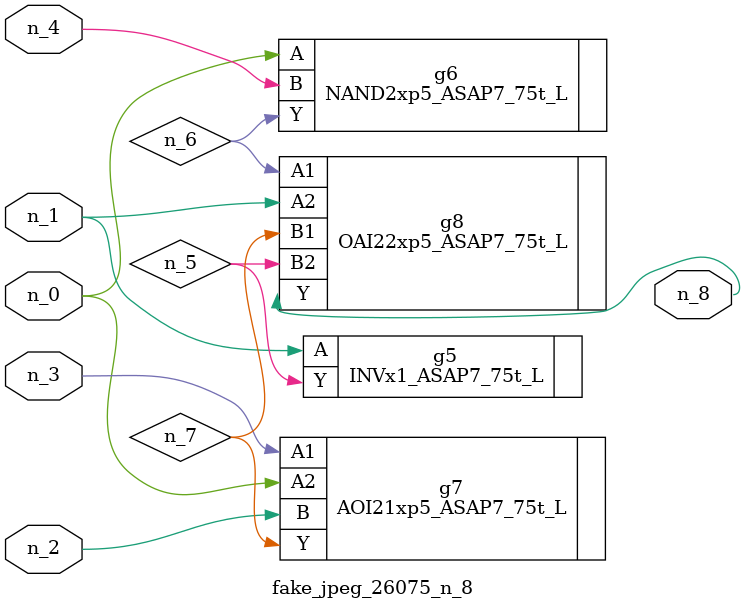
<source format=v>
module fake_jpeg_26075_n_8 (n_3, n_2, n_1, n_0, n_4, n_8);

input n_3;
input n_2;
input n_1;
input n_0;
input n_4;

output n_8;

wire n_6;
wire n_5;
wire n_7;

INVx1_ASAP7_75t_L g5 ( 
.A(n_1),
.Y(n_5)
);

NAND2xp5_ASAP7_75t_L g6 ( 
.A(n_0),
.B(n_4),
.Y(n_6)
);

AOI21xp5_ASAP7_75t_L g7 ( 
.A1(n_3),
.A2(n_0),
.B(n_2),
.Y(n_7)
);

OAI22xp5_ASAP7_75t_L g8 ( 
.A1(n_6),
.A2(n_1),
.B1(n_7),
.B2(n_5),
.Y(n_8)
);


endmodule
</source>
